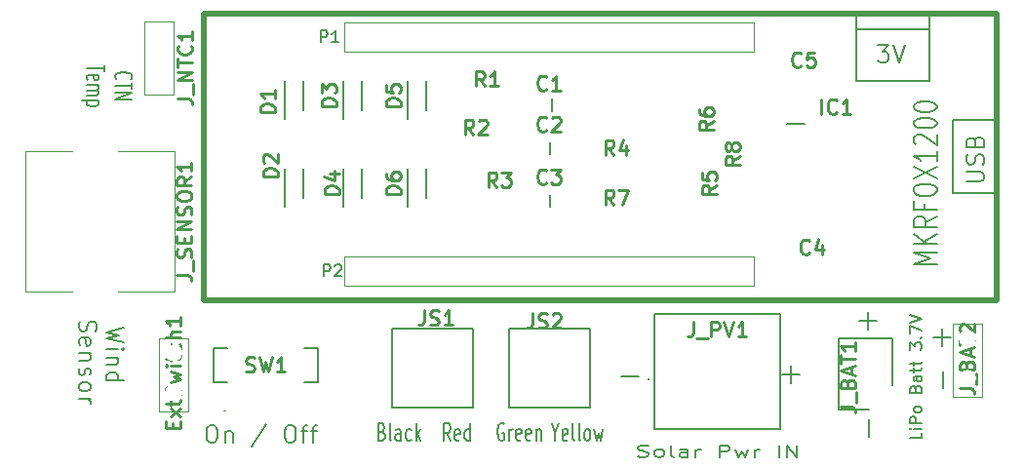
<source format=gto>
G04 #@! TF.GenerationSoftware,KiCad,Pcbnew,5.1.5+dfsg1-2build2*
G04 #@! TF.CreationDate,2022-04-22T12:54:42+02:00*
G04 #@! TF.ProjectId,Shield,53686965-6c64-42e6-9b69-6361645f7063,1.0*
G04 #@! TF.SameCoordinates,Original*
G04 #@! TF.FileFunction,Legend,Top*
G04 #@! TF.FilePolarity,Positive*
%FSLAX46Y46*%
G04 Gerber Fmt 4.6, Leading zero omitted, Abs format (unit mm)*
G04 Created by KiCad (PCBNEW 5.1.5+dfsg1-2build2) date 2022-04-22 12:54:42*
%MOMM*%
%LPD*%
G04 APERTURE LIST*
%ADD10C,0.150000*%
%ADD11C,0.200000*%
%ADD12C,0.500000*%
%ADD13C,0.120000*%
%ADD14C,0.100000*%
%ADD15C,0.071590*%
%ADD16C,0.254000*%
%ADD17C,1.500000*%
%ADD18C,1.524000*%
%ADD19C,1.400000*%
%ADD20C,1.800000*%
%ADD21R,1.200000X2.500000*%
%ADD22R,0.600000X0.750000*%
%ADD23R,0.750000X0.600000*%
%ADD24C,1.425000*%
%ADD25R,1.425000X1.425000*%
%ADD26R,2.513000X3.402000*%
%ADD27R,1.525000X0.700000*%
%ADD28R,0.760000X0.820000*%
%ADD29R,0.980000X1.430000*%
%ADD30R,0.940000X1.430000*%
G04 APERTURE END LIST*
D10*
X138785695Y-94681657D02*
X140309504Y-94681657D01*
X139547600Y-95443561D02*
X139547600Y-93919752D01*
X139588857Y-99110704D02*
X139588857Y-97586895D01*
X67872685Y-72251961D02*
X67801257Y-72204342D01*
X67729828Y-72061485D01*
X67729828Y-71966247D01*
X67801257Y-71823390D01*
X67944114Y-71728152D01*
X68086971Y-71680533D01*
X68372685Y-71632914D01*
X68586971Y-71632914D01*
X68872685Y-71680533D01*
X69015542Y-71728152D01*
X69158400Y-71823390D01*
X69229828Y-71966247D01*
X69229828Y-72061485D01*
X69158400Y-72204342D01*
X69086971Y-72251961D01*
X69229828Y-72537676D02*
X69229828Y-73109104D01*
X67729828Y-72823390D02*
X69229828Y-72823390D01*
X67729828Y-73442438D02*
X69229828Y-73442438D01*
X67729828Y-74013866D01*
X69229828Y-74013866D01*
X66829828Y-71013866D02*
X66829828Y-71585295D01*
X65329828Y-71299580D02*
X66829828Y-71299580D01*
X65401257Y-72299580D02*
X65329828Y-72204342D01*
X65329828Y-72013866D01*
X65401257Y-71918628D01*
X65544114Y-71871009D01*
X66115542Y-71871009D01*
X66258400Y-71918628D01*
X66329828Y-72013866D01*
X66329828Y-72204342D01*
X66258400Y-72299580D01*
X66115542Y-72347200D01*
X65972685Y-72347200D01*
X65829828Y-71871009D01*
X65329828Y-72775771D02*
X66329828Y-72775771D01*
X66186971Y-72775771D02*
X66258400Y-72823390D01*
X66329828Y-72918628D01*
X66329828Y-73061485D01*
X66258400Y-73156723D01*
X66115542Y-73204342D01*
X65329828Y-73204342D01*
X66115542Y-73204342D02*
X66258400Y-73251961D01*
X66329828Y-73347200D01*
X66329828Y-73490057D01*
X66258400Y-73585295D01*
X66115542Y-73632914D01*
X65329828Y-73632914D01*
X66329828Y-74109104D02*
X64829828Y-74109104D01*
X66258400Y-74109104D02*
X66329828Y-74204342D01*
X66329828Y-74394819D01*
X66258400Y-74490057D01*
X66186971Y-74537676D01*
X66044114Y-74585295D01*
X65615542Y-74585295D01*
X65472685Y-74537676D01*
X65401257Y-74490057D01*
X65329828Y-74394819D01*
X65329828Y-74204342D01*
X65401257Y-74109104D01*
D11*
X125679295Y-97882057D02*
X127203104Y-97882057D01*
X126441200Y-98643961D02*
X126441200Y-97120152D01*
X111709295Y-98034457D02*
X113233104Y-98034457D01*
D10*
X141672571Y-81140857D02*
X142886857Y-81140857D01*
X143029714Y-81069428D01*
X143101142Y-80998000D01*
X143172571Y-80855142D01*
X143172571Y-80569428D01*
X143101142Y-80426571D01*
X143029714Y-80355142D01*
X142886857Y-80283714D01*
X141672571Y-80283714D01*
X143101142Y-79640857D02*
X143172571Y-79426571D01*
X143172571Y-79069428D01*
X143101142Y-78926571D01*
X143029714Y-78855142D01*
X142886857Y-78783714D01*
X142744000Y-78783714D01*
X142601142Y-78855142D01*
X142529714Y-78926571D01*
X142458285Y-79069428D01*
X142386857Y-79355142D01*
X142315428Y-79498000D01*
X142244000Y-79569428D01*
X142101142Y-79640857D01*
X141958285Y-79640857D01*
X141815428Y-79569428D01*
X141744000Y-79498000D01*
X141672571Y-79355142D01*
X141672571Y-78998000D01*
X141744000Y-78783714D01*
X142386857Y-77640857D02*
X142458285Y-77426571D01*
X142529714Y-77355142D01*
X142672571Y-77283714D01*
X142886857Y-77283714D01*
X143029714Y-77355142D01*
X143101142Y-77426571D01*
X143172571Y-77569428D01*
X143172571Y-78140857D01*
X141672571Y-78140857D01*
X141672571Y-77640857D01*
X141744000Y-77498000D01*
X141815428Y-77426571D01*
X141958285Y-77355142D01*
X142101142Y-77355142D01*
X142244000Y-77426571D01*
X142315428Y-77498000D01*
X142386857Y-77640857D01*
X142386857Y-78140857D01*
X68518628Y-93845428D02*
X67018628Y-94202571D01*
X68090057Y-94488285D01*
X67018628Y-94774000D01*
X68518628Y-95131142D01*
X67018628Y-95702571D02*
X68018628Y-95702571D01*
X68518628Y-95702571D02*
X68447200Y-95631142D01*
X68375771Y-95702571D01*
X68447200Y-95774000D01*
X68518628Y-95702571D01*
X68375771Y-95702571D01*
X68018628Y-96416857D02*
X67018628Y-96416857D01*
X67875771Y-96416857D02*
X67947200Y-96488285D01*
X68018628Y-96631142D01*
X68018628Y-96845428D01*
X67947200Y-96988285D01*
X67804342Y-97059714D01*
X67018628Y-97059714D01*
X67018628Y-98416857D02*
X68518628Y-98416857D01*
X67090057Y-98416857D02*
X67018628Y-98274000D01*
X67018628Y-97988285D01*
X67090057Y-97845428D01*
X67161485Y-97774000D01*
X67304342Y-97702571D01*
X67732914Y-97702571D01*
X67875771Y-97774000D01*
X67947200Y-97845428D01*
X68018628Y-97988285D01*
X68018628Y-98274000D01*
X67947200Y-98416857D01*
X64690057Y-93274000D02*
X64618628Y-93488285D01*
X64618628Y-93845428D01*
X64690057Y-93988285D01*
X64761485Y-94059714D01*
X64904342Y-94131142D01*
X65047200Y-94131142D01*
X65190057Y-94059714D01*
X65261485Y-93988285D01*
X65332914Y-93845428D01*
X65404342Y-93559714D01*
X65475771Y-93416857D01*
X65547200Y-93345428D01*
X65690057Y-93274000D01*
X65832914Y-93274000D01*
X65975771Y-93345428D01*
X66047200Y-93416857D01*
X66118628Y-93559714D01*
X66118628Y-93916857D01*
X66047200Y-94131142D01*
X64690057Y-95345428D02*
X64618628Y-95202571D01*
X64618628Y-94916857D01*
X64690057Y-94774000D01*
X64832914Y-94702571D01*
X65404342Y-94702571D01*
X65547200Y-94774000D01*
X65618628Y-94916857D01*
X65618628Y-95202571D01*
X65547200Y-95345428D01*
X65404342Y-95416857D01*
X65261485Y-95416857D01*
X65118628Y-94702571D01*
X65618628Y-96059714D02*
X64618628Y-96059714D01*
X65475771Y-96059714D02*
X65547200Y-96131142D01*
X65618628Y-96274000D01*
X65618628Y-96488285D01*
X65547200Y-96631142D01*
X65404342Y-96702571D01*
X64618628Y-96702571D01*
X64690057Y-97345428D02*
X64618628Y-97488285D01*
X64618628Y-97774000D01*
X64690057Y-97916857D01*
X64832914Y-97988285D01*
X64904342Y-97988285D01*
X65047200Y-97916857D01*
X65118628Y-97774000D01*
X65118628Y-97559714D01*
X65190057Y-97416857D01*
X65332914Y-97345428D01*
X65404342Y-97345428D01*
X65547200Y-97416857D01*
X65618628Y-97559714D01*
X65618628Y-97774000D01*
X65547200Y-97916857D01*
X64618628Y-98845428D02*
X64690057Y-98702571D01*
X64761485Y-98631142D01*
X64904342Y-98559714D01*
X65332914Y-98559714D01*
X65475771Y-98631142D01*
X65547200Y-98702571D01*
X65618628Y-98845428D01*
X65618628Y-99059714D01*
X65547200Y-99202571D01*
X65475771Y-99274000D01*
X65332914Y-99345428D01*
X64904342Y-99345428D01*
X64761485Y-99274000D01*
X64690057Y-99202571D01*
X64618628Y-99059714D01*
X64618628Y-98845428D01*
X64618628Y-99988285D02*
X65618628Y-99988285D01*
X65332914Y-99988285D02*
X65475771Y-100059714D01*
X65547200Y-100131142D01*
X65618628Y-100274000D01*
X65618628Y-100416857D01*
X137764780Y-102931314D02*
X137764780Y-103407504D01*
X136764780Y-103407504D01*
X137764780Y-102597980D02*
X137098114Y-102597980D01*
X136764780Y-102597980D02*
X136812400Y-102645600D01*
X136860019Y-102597980D01*
X136812400Y-102550361D01*
X136764780Y-102597980D01*
X136860019Y-102597980D01*
X137764780Y-102121790D02*
X136764780Y-102121790D01*
X136764780Y-101740838D01*
X136812400Y-101645600D01*
X136860019Y-101597980D01*
X136955257Y-101550361D01*
X137098114Y-101550361D01*
X137193352Y-101597980D01*
X137240971Y-101645600D01*
X137288590Y-101740838D01*
X137288590Y-102121790D01*
X137764780Y-100978933D02*
X137717161Y-101074171D01*
X137669542Y-101121790D01*
X137574304Y-101169409D01*
X137288590Y-101169409D01*
X137193352Y-101121790D01*
X137145733Y-101074171D01*
X137098114Y-100978933D01*
X137098114Y-100836076D01*
X137145733Y-100740838D01*
X137193352Y-100693219D01*
X137288590Y-100645600D01*
X137574304Y-100645600D01*
X137669542Y-100693219D01*
X137717161Y-100740838D01*
X137764780Y-100836076D01*
X137764780Y-100978933D01*
X137240971Y-99121790D02*
X137288590Y-98978933D01*
X137336209Y-98931314D01*
X137431447Y-98883695D01*
X137574304Y-98883695D01*
X137669542Y-98931314D01*
X137717161Y-98978933D01*
X137764780Y-99074171D01*
X137764780Y-99455123D01*
X136764780Y-99455123D01*
X136764780Y-99121790D01*
X136812400Y-99026552D01*
X136860019Y-98978933D01*
X136955257Y-98931314D01*
X137050495Y-98931314D01*
X137145733Y-98978933D01*
X137193352Y-99026552D01*
X137240971Y-99121790D01*
X137240971Y-99455123D01*
X137764780Y-98026552D02*
X137240971Y-98026552D01*
X137145733Y-98074171D01*
X137098114Y-98169409D01*
X137098114Y-98359885D01*
X137145733Y-98455123D01*
X137717161Y-98026552D02*
X137764780Y-98121790D01*
X137764780Y-98359885D01*
X137717161Y-98455123D01*
X137621923Y-98502742D01*
X137526685Y-98502742D01*
X137431447Y-98455123D01*
X137383828Y-98359885D01*
X137383828Y-98121790D01*
X137336209Y-98026552D01*
X137098114Y-97693219D02*
X137098114Y-97312266D01*
X136764780Y-97550361D02*
X137621923Y-97550361D01*
X137717161Y-97502742D01*
X137764780Y-97407504D01*
X137764780Y-97312266D01*
X137098114Y-97121790D02*
X137098114Y-96740838D01*
X136764780Y-96978933D02*
X137621923Y-96978933D01*
X137717161Y-96931314D01*
X137764780Y-96836076D01*
X137764780Y-96740838D01*
X136764780Y-95740838D02*
X136764780Y-95121790D01*
X137145733Y-95455123D01*
X137145733Y-95312266D01*
X137193352Y-95217028D01*
X137240971Y-95169409D01*
X137336209Y-95121790D01*
X137574304Y-95121790D01*
X137669542Y-95169409D01*
X137717161Y-95217028D01*
X137764780Y-95312266D01*
X137764780Y-95597980D01*
X137717161Y-95693219D01*
X137669542Y-95740838D01*
X137669542Y-94693219D02*
X137717161Y-94645600D01*
X137764780Y-94693219D01*
X137717161Y-94740838D01*
X137669542Y-94693219D01*
X137764780Y-94693219D01*
X136764780Y-94312266D02*
X136764780Y-93645600D01*
X137764780Y-94074171D01*
X136764780Y-93407504D02*
X137764780Y-93074171D01*
X136764780Y-92740838D01*
X132334095Y-93208457D02*
X133857904Y-93208457D01*
X133096000Y-93970361D02*
X133096000Y-92446552D01*
X133188057Y-103276304D02*
X133188057Y-101752495D01*
X113162628Y-105001961D02*
X113376914Y-105049580D01*
X113734057Y-105049580D01*
X113876914Y-105001961D01*
X113948342Y-104954342D01*
X114019771Y-104859104D01*
X114019771Y-104763866D01*
X113948342Y-104668628D01*
X113876914Y-104621009D01*
X113734057Y-104573390D01*
X113448342Y-104525771D01*
X113305485Y-104478152D01*
X113234057Y-104430533D01*
X113162628Y-104335295D01*
X113162628Y-104240057D01*
X113234057Y-104144819D01*
X113305485Y-104097200D01*
X113448342Y-104049580D01*
X113805485Y-104049580D01*
X114019771Y-104097200D01*
X114876914Y-105049580D02*
X114734057Y-105001961D01*
X114662628Y-104954342D01*
X114591200Y-104859104D01*
X114591200Y-104573390D01*
X114662628Y-104478152D01*
X114734057Y-104430533D01*
X114876914Y-104382914D01*
X115091200Y-104382914D01*
X115234057Y-104430533D01*
X115305485Y-104478152D01*
X115376914Y-104573390D01*
X115376914Y-104859104D01*
X115305485Y-104954342D01*
X115234057Y-105001961D01*
X115091200Y-105049580D01*
X114876914Y-105049580D01*
X116234057Y-105049580D02*
X116091200Y-105001961D01*
X116019771Y-104906723D01*
X116019771Y-104049580D01*
X117448342Y-105049580D02*
X117448342Y-104525771D01*
X117376914Y-104430533D01*
X117234057Y-104382914D01*
X116948342Y-104382914D01*
X116805485Y-104430533D01*
X117448342Y-105001961D02*
X117305485Y-105049580D01*
X116948342Y-105049580D01*
X116805485Y-105001961D01*
X116734057Y-104906723D01*
X116734057Y-104811485D01*
X116805485Y-104716247D01*
X116948342Y-104668628D01*
X117305485Y-104668628D01*
X117448342Y-104621009D01*
X118162628Y-105049580D02*
X118162628Y-104382914D01*
X118162628Y-104573390D02*
X118234057Y-104478152D01*
X118305485Y-104430533D01*
X118448342Y-104382914D01*
X118591200Y-104382914D01*
X120234057Y-105049580D02*
X120234057Y-104049580D01*
X120805485Y-104049580D01*
X120948342Y-104097200D01*
X121019771Y-104144819D01*
X121091200Y-104240057D01*
X121091200Y-104382914D01*
X121019771Y-104478152D01*
X120948342Y-104525771D01*
X120805485Y-104573390D01*
X120234057Y-104573390D01*
X121591200Y-104382914D02*
X121876914Y-105049580D01*
X122162628Y-104573390D01*
X122448342Y-105049580D01*
X122734057Y-104382914D01*
X123305485Y-105049580D02*
X123305485Y-104382914D01*
X123305485Y-104573390D02*
X123376914Y-104478152D01*
X123448342Y-104430533D01*
X123591200Y-104382914D01*
X123734057Y-104382914D01*
X125376914Y-105049580D02*
X125376914Y-104049580D01*
X126091200Y-105049580D02*
X126091200Y-104049580D01*
X126948342Y-105049580D01*
X126948342Y-104049580D01*
X76023542Y-102302571D02*
X76309257Y-102302571D01*
X76452114Y-102374000D01*
X76594971Y-102516857D01*
X76666400Y-102802571D01*
X76666400Y-103302571D01*
X76594971Y-103588285D01*
X76452114Y-103731142D01*
X76309257Y-103802571D01*
X76023542Y-103802571D01*
X75880685Y-103731142D01*
X75737828Y-103588285D01*
X75666400Y-103302571D01*
X75666400Y-102802571D01*
X75737828Y-102516857D01*
X75880685Y-102374000D01*
X76023542Y-102302571D01*
X77309257Y-102802571D02*
X77309257Y-103802571D01*
X77309257Y-102945428D02*
X77380685Y-102874000D01*
X77523542Y-102802571D01*
X77737828Y-102802571D01*
X77880685Y-102874000D01*
X77952114Y-103016857D01*
X77952114Y-103802571D01*
X80880685Y-102231142D02*
X79594971Y-104159714D01*
X82809257Y-102302571D02*
X83094971Y-102302571D01*
X83237828Y-102374000D01*
X83380685Y-102516857D01*
X83452114Y-102802571D01*
X83452114Y-103302571D01*
X83380685Y-103588285D01*
X83237828Y-103731142D01*
X83094971Y-103802571D01*
X82809257Y-103802571D01*
X82666400Y-103731142D01*
X82523542Y-103588285D01*
X82452114Y-103302571D01*
X82452114Y-102802571D01*
X82523542Y-102516857D01*
X82666400Y-102374000D01*
X82809257Y-102302571D01*
X83880685Y-102802571D02*
X84452114Y-102802571D01*
X84094971Y-103802571D02*
X84094971Y-102516857D01*
X84166400Y-102374000D01*
X84309257Y-102302571D01*
X84452114Y-102302571D01*
X84737828Y-102802571D02*
X85309257Y-102802571D01*
X84952114Y-103802571D02*
X84952114Y-102516857D01*
X85023542Y-102374000D01*
X85166400Y-102302571D01*
X85309257Y-102302571D01*
X105970628Y-102935885D02*
X105970628Y-103650171D01*
X105637295Y-102150171D02*
X105970628Y-102935885D01*
X106303961Y-102150171D01*
X107018247Y-103578742D02*
X106923009Y-103650171D01*
X106732533Y-103650171D01*
X106637295Y-103578742D01*
X106589676Y-103435885D01*
X106589676Y-102864457D01*
X106637295Y-102721600D01*
X106732533Y-102650171D01*
X106923009Y-102650171D01*
X107018247Y-102721600D01*
X107065866Y-102864457D01*
X107065866Y-103007314D01*
X106589676Y-103150171D01*
X107637295Y-103650171D02*
X107542057Y-103578742D01*
X107494438Y-103435885D01*
X107494438Y-102150171D01*
X108161104Y-103650171D02*
X108065866Y-103578742D01*
X108018247Y-103435885D01*
X108018247Y-102150171D01*
X108684914Y-103650171D02*
X108589676Y-103578742D01*
X108542057Y-103507314D01*
X108494438Y-103364457D01*
X108494438Y-102935885D01*
X108542057Y-102793028D01*
X108589676Y-102721600D01*
X108684914Y-102650171D01*
X108827771Y-102650171D01*
X108923009Y-102721600D01*
X108970628Y-102793028D01*
X109018247Y-102935885D01*
X109018247Y-103364457D01*
X108970628Y-103507314D01*
X108923009Y-103578742D01*
X108827771Y-103650171D01*
X108684914Y-103650171D01*
X109351580Y-102650171D02*
X109542057Y-103650171D01*
X109732533Y-102935885D01*
X109923009Y-103650171D01*
X110113485Y-102650171D01*
X101512857Y-102170800D02*
X101417619Y-102099371D01*
X101274761Y-102099371D01*
X101131904Y-102170800D01*
X101036666Y-102313657D01*
X100989047Y-102456514D01*
X100941428Y-102742228D01*
X100941428Y-102956514D01*
X100989047Y-103242228D01*
X101036666Y-103385085D01*
X101131904Y-103527942D01*
X101274761Y-103599371D01*
X101370000Y-103599371D01*
X101512857Y-103527942D01*
X101560476Y-103456514D01*
X101560476Y-102956514D01*
X101370000Y-102956514D01*
X101989047Y-103599371D02*
X101989047Y-102599371D01*
X101989047Y-102885085D02*
X102036666Y-102742228D01*
X102084285Y-102670800D01*
X102179523Y-102599371D01*
X102274761Y-102599371D01*
X102989047Y-103527942D02*
X102893809Y-103599371D01*
X102703333Y-103599371D01*
X102608095Y-103527942D01*
X102560476Y-103385085D01*
X102560476Y-102813657D01*
X102608095Y-102670800D01*
X102703333Y-102599371D01*
X102893809Y-102599371D01*
X102989047Y-102670800D01*
X103036666Y-102813657D01*
X103036666Y-102956514D01*
X102560476Y-103099371D01*
X103846190Y-103527942D02*
X103750952Y-103599371D01*
X103560476Y-103599371D01*
X103465238Y-103527942D01*
X103417619Y-103385085D01*
X103417619Y-102813657D01*
X103465238Y-102670800D01*
X103560476Y-102599371D01*
X103750952Y-102599371D01*
X103846190Y-102670800D01*
X103893809Y-102813657D01*
X103893809Y-102956514D01*
X103417619Y-103099371D01*
X104322380Y-102599371D02*
X104322380Y-103599371D01*
X104322380Y-102742228D02*
X104370000Y-102670800D01*
X104465238Y-102599371D01*
X104608095Y-102599371D01*
X104703333Y-102670800D01*
X104750952Y-102813657D01*
X104750952Y-103599371D01*
X96862971Y-103650171D02*
X96529638Y-102935885D01*
X96291542Y-103650171D02*
X96291542Y-102150171D01*
X96672495Y-102150171D01*
X96767733Y-102221600D01*
X96815352Y-102293028D01*
X96862971Y-102435885D01*
X96862971Y-102650171D01*
X96815352Y-102793028D01*
X96767733Y-102864457D01*
X96672495Y-102935885D01*
X96291542Y-102935885D01*
X97672495Y-103578742D02*
X97577257Y-103650171D01*
X97386780Y-103650171D01*
X97291542Y-103578742D01*
X97243923Y-103435885D01*
X97243923Y-102864457D01*
X97291542Y-102721600D01*
X97386780Y-102650171D01*
X97577257Y-102650171D01*
X97672495Y-102721600D01*
X97720114Y-102864457D01*
X97720114Y-103007314D01*
X97243923Y-103150171D01*
X98577257Y-103650171D02*
X98577257Y-102150171D01*
X98577257Y-103578742D02*
X98482019Y-103650171D01*
X98291542Y-103650171D01*
X98196304Y-103578742D01*
X98148685Y-103507314D01*
X98101066Y-103364457D01*
X98101066Y-102935885D01*
X98148685Y-102793028D01*
X98196304Y-102721600D01*
X98291542Y-102650171D01*
X98482019Y-102650171D01*
X98577257Y-102721600D01*
X90929009Y-102864457D02*
X91071866Y-102935885D01*
X91119485Y-103007314D01*
X91167104Y-103150171D01*
X91167104Y-103364457D01*
X91119485Y-103507314D01*
X91071866Y-103578742D01*
X90976628Y-103650171D01*
X90595676Y-103650171D01*
X90595676Y-102150171D01*
X90929009Y-102150171D01*
X91024247Y-102221600D01*
X91071866Y-102293028D01*
X91119485Y-102435885D01*
X91119485Y-102578742D01*
X91071866Y-102721600D01*
X91024247Y-102793028D01*
X90929009Y-102864457D01*
X90595676Y-102864457D01*
X91738533Y-103650171D02*
X91643295Y-103578742D01*
X91595676Y-103435885D01*
X91595676Y-102150171D01*
X92548057Y-103650171D02*
X92548057Y-102864457D01*
X92500438Y-102721600D01*
X92405200Y-102650171D01*
X92214723Y-102650171D01*
X92119485Y-102721600D01*
X92548057Y-103578742D02*
X92452819Y-103650171D01*
X92214723Y-103650171D01*
X92119485Y-103578742D01*
X92071866Y-103435885D01*
X92071866Y-103293028D01*
X92119485Y-103150171D01*
X92214723Y-103078742D01*
X92452819Y-103078742D01*
X92548057Y-103007314D01*
X93452819Y-103578742D02*
X93357580Y-103650171D01*
X93167104Y-103650171D01*
X93071866Y-103578742D01*
X93024247Y-103507314D01*
X92976628Y-103364457D01*
X92976628Y-102935885D01*
X93024247Y-102793028D01*
X93071866Y-102721600D01*
X93167104Y-102650171D01*
X93357580Y-102650171D01*
X93452819Y-102721600D01*
X93881390Y-103650171D02*
X93881390Y-102150171D01*
X93976628Y-103078742D02*
X94262342Y-103650171D01*
X94262342Y-102650171D02*
X93881390Y-103221600D01*
X133985142Y-69282571D02*
X134913714Y-69282571D01*
X134413714Y-69854000D01*
X134628000Y-69854000D01*
X134770857Y-69925428D01*
X134842285Y-69996857D01*
X134913714Y-70139714D01*
X134913714Y-70496857D01*
X134842285Y-70639714D01*
X134770857Y-70711142D01*
X134628000Y-70782571D01*
X134199428Y-70782571D01*
X134056571Y-70711142D01*
X133985142Y-70639714D01*
X135342285Y-69282571D02*
X135842285Y-70782571D01*
X136342285Y-69282571D01*
X139080761Y-88280000D02*
X137080761Y-88280000D01*
X138509333Y-87780000D01*
X137080761Y-87280000D01*
X139080761Y-87280000D01*
X139080761Y-86565714D02*
X137080761Y-86565714D01*
X139080761Y-85708571D02*
X137937904Y-86351428D01*
X137080761Y-85708571D02*
X138223619Y-86565714D01*
X139080761Y-84208571D02*
X138128380Y-84708571D01*
X139080761Y-85065714D02*
X137080761Y-85065714D01*
X137080761Y-84494285D01*
X137176000Y-84351428D01*
X137271238Y-84280000D01*
X137461714Y-84208571D01*
X137747428Y-84208571D01*
X137937904Y-84280000D01*
X138033142Y-84351428D01*
X138128380Y-84494285D01*
X138128380Y-85065714D01*
X138033142Y-83065714D02*
X138033142Y-83565714D01*
X139080761Y-83565714D02*
X137080761Y-83565714D01*
X137080761Y-82851428D01*
X137080761Y-81994285D02*
X137080761Y-81708571D01*
X137176000Y-81565714D01*
X137366476Y-81422857D01*
X137747428Y-81351428D01*
X138414095Y-81351428D01*
X138795047Y-81422857D01*
X138985523Y-81565714D01*
X139080761Y-81708571D01*
X139080761Y-81994285D01*
X138985523Y-82137142D01*
X138795047Y-82280000D01*
X138414095Y-82351428D01*
X137747428Y-82351428D01*
X137366476Y-82280000D01*
X137176000Y-82137142D01*
X137080761Y-81994285D01*
X137080761Y-80851428D02*
X139080761Y-79851428D01*
X137080761Y-79851428D02*
X139080761Y-80851428D01*
X139080761Y-78494285D02*
X139080761Y-79351428D01*
X139080761Y-78922857D02*
X137080761Y-78922857D01*
X137366476Y-79065714D01*
X137556952Y-79208571D01*
X137652190Y-79351428D01*
X137271238Y-77922857D02*
X137176000Y-77851428D01*
X137080761Y-77708571D01*
X137080761Y-77351428D01*
X137176000Y-77208571D01*
X137271238Y-77137142D01*
X137461714Y-77065714D01*
X137652190Y-77065714D01*
X137937904Y-77137142D01*
X139080761Y-77994285D01*
X139080761Y-77065714D01*
X137080761Y-76137142D02*
X137080761Y-75994285D01*
X137176000Y-75851428D01*
X137271238Y-75780000D01*
X137461714Y-75708571D01*
X137842666Y-75637142D01*
X138318857Y-75637142D01*
X138699809Y-75708571D01*
X138890285Y-75780000D01*
X138985523Y-75851428D01*
X139080761Y-75994285D01*
X139080761Y-76137142D01*
X138985523Y-76280000D01*
X138890285Y-76351428D01*
X138699809Y-76422857D01*
X138318857Y-76494285D01*
X137842666Y-76494285D01*
X137461714Y-76422857D01*
X137271238Y-76351428D01*
X137176000Y-76280000D01*
X137080761Y-76137142D01*
X137080761Y-74708571D02*
X137080761Y-74565714D01*
X137176000Y-74422857D01*
X137271238Y-74351428D01*
X137461714Y-74280000D01*
X137842666Y-74208571D01*
X138318857Y-74208571D01*
X138699809Y-74280000D01*
X138890285Y-74351428D01*
X138985523Y-74422857D01*
X139080761Y-74565714D01*
X139080761Y-74708571D01*
X138985523Y-74851428D01*
X138890285Y-74922857D01*
X138699809Y-74994285D01*
X138318857Y-75065714D01*
X137842666Y-75065714D01*
X137461714Y-74994285D01*
X137271238Y-74922857D01*
X137176000Y-74851428D01*
X137080761Y-74708571D01*
X140462000Y-82169000D02*
X144272000Y-82169000D01*
X140462000Y-75819000D02*
X140462000Y-82169000D01*
X144272000Y-75819000D02*
X140462000Y-75819000D01*
X132080000Y-67945000D02*
X138430000Y-67945000D01*
X132080000Y-72390000D02*
X138430000Y-72390000D01*
X132080000Y-66548000D02*
X132080000Y-72390000D01*
X138430000Y-66548000D02*
X132080000Y-66548000D01*
X138430000Y-72390000D02*
X138430000Y-66548000D01*
D12*
X144272000Y-66548000D02*
X75438000Y-66548000D01*
X144272000Y-91440000D02*
X144272000Y-66548000D01*
X75438000Y-91440000D02*
X144272000Y-91440000D01*
X75438000Y-66548000D02*
X75438000Y-91440000D01*
D13*
X74117200Y-94742000D02*
X71577200Y-94742000D01*
X74117200Y-101092000D02*
X74117200Y-94742000D01*
X71577200Y-101092000D02*
X74117200Y-101092000D01*
X71577200Y-94742000D02*
X71577200Y-101092000D01*
X143052800Y-93472000D02*
X140512800Y-93472000D01*
X143052800Y-99822000D02*
X143052800Y-93472000D01*
X140512800Y-99822000D02*
X143052800Y-99822000D01*
X140512800Y-93472000D02*
X140512800Y-99822000D01*
X87630000Y-90170000D02*
X123190000Y-90170000D01*
X87630000Y-87630000D02*
X87630000Y-90170000D01*
X123190000Y-87630000D02*
X87630000Y-87630000D01*
X123190000Y-90170000D02*
X123190000Y-87630000D01*
X87630000Y-69850000D02*
X123190000Y-69850000D01*
X87630000Y-67310000D02*
X87630000Y-69850000D01*
X123190000Y-67310000D02*
X87630000Y-67310000D01*
X123190000Y-69850000D02*
X123190000Y-67310000D01*
D11*
X73864400Y-87122000D02*
G75*
G02X73864400Y-87022000I0J50000D01*
G01*
X73864400Y-87022000D02*
G75*
G02X73864400Y-87122000I0J-50000D01*
G01*
X73864400Y-87122000D02*
G75*
G02X73864400Y-87022000I0J50000D01*
G01*
X73864400Y-87022000D02*
X73864400Y-87022000D01*
X73864400Y-87122000D02*
X73864400Y-87122000D01*
X73864400Y-87022000D02*
X73864400Y-87022000D01*
D14*
X64014400Y-78472000D02*
X59924400Y-78472000D01*
X64014400Y-78472000D02*
X64014400Y-78472000D01*
X59924400Y-78472000D02*
X64014400Y-78472000D01*
X59924400Y-78472000D02*
X59924400Y-78472000D01*
X59924400Y-90672000D02*
X59924400Y-90672000D01*
X59924400Y-78472000D02*
X59924400Y-90672000D01*
X59924400Y-78472000D02*
X59924400Y-78472000D01*
X59924400Y-90672000D02*
X59924400Y-78472000D01*
X59924400Y-90672000D02*
X64014400Y-90672000D01*
X59924400Y-90672000D02*
X59924400Y-90672000D01*
X64014400Y-90672000D02*
X59924400Y-90672000D01*
X64014400Y-90672000D02*
X64014400Y-90672000D01*
X68014400Y-90672000D02*
X72924400Y-90672000D01*
X68014400Y-90672000D02*
X68014400Y-90672000D01*
X72924400Y-90672000D02*
X68014400Y-90672000D01*
X72924400Y-90672000D02*
X72924400Y-90672000D01*
X72924400Y-78472000D02*
X72924400Y-78472000D01*
X72924400Y-90672000D02*
X72924400Y-78472000D01*
X72924400Y-90672000D02*
X72924400Y-90672000D01*
X72924400Y-78472000D02*
X72924400Y-90672000D01*
X72924400Y-78472000D02*
X68014400Y-78472000D01*
X72924400Y-78472000D02*
X72924400Y-78472000D01*
X68014400Y-78472000D02*
X72924400Y-78472000D01*
X68014400Y-78472000D02*
X68014400Y-78472000D01*
X113995600Y-98294800D02*
G75*
G02X114095600Y-98294800I50000J0D01*
G01*
X114095600Y-98294800D02*
G75*
G02X113995600Y-98294800I-50000J0D01*
G01*
X114095600Y-98294800D02*
X114095600Y-98294800D01*
X113995600Y-98294800D02*
X113995600Y-98294800D01*
D11*
X114555600Y-102594800D02*
X114555600Y-92594800D01*
X125515600Y-102594800D02*
X114555600Y-102594800D01*
X125515600Y-92594800D02*
X125515600Y-102594800D01*
X114555600Y-92594800D02*
X125515600Y-92594800D01*
D13*
X72796400Y-67259200D02*
X70256400Y-67259200D01*
X72796400Y-73609200D02*
X72796400Y-67259200D01*
X70256400Y-73609200D02*
X72796400Y-73609200D01*
X70256400Y-67259200D02*
X70256400Y-73609200D01*
D15*
X77208800Y-101046800D02*
G75*
G02X77280800Y-101046800I36000J0D01*
G01*
X77280800Y-101046800D02*
G75*
G02X77208800Y-101046800I-36000J0D01*
G01*
X77280800Y-101046800D02*
X77280800Y-101046800D01*
X77208800Y-101046800D02*
X77208800Y-101046800D01*
D11*
X76322800Y-98578800D02*
X77499800Y-98578800D01*
X85322800Y-98578800D02*
X84145800Y-98578800D01*
X76322800Y-95578800D02*
X77499800Y-95578800D01*
X85322800Y-95578800D02*
X84145800Y-95578800D01*
X85322800Y-98578800D02*
X85322800Y-95578800D01*
X76322800Y-95578800D02*
X76322800Y-98578800D01*
X101983600Y-100782800D02*
X101983600Y-93882800D01*
X108983600Y-100782800D02*
X101983600Y-100782800D01*
X108983600Y-93882800D02*
X108983600Y-100782800D01*
X101983600Y-93882800D02*
X108983600Y-93882800D01*
X91823600Y-100782800D02*
X91823600Y-93882800D01*
X98823600Y-100782800D02*
X91823600Y-100782800D01*
X98823600Y-93882800D02*
X98823600Y-100782800D01*
X91823600Y-93882800D02*
X98823600Y-93882800D01*
X130547600Y-100956800D02*
X133197600Y-100956800D01*
X130547600Y-94756800D02*
X130547600Y-100956800D01*
X135247600Y-94756800D02*
X130547600Y-94756800D01*
X135247600Y-98856800D02*
X135247600Y-94756800D01*
X126065000Y-76135000D02*
X127590000Y-76135000D01*
X94780000Y-82580000D02*
X94780000Y-79980000D01*
X93180000Y-83290000D02*
X93180000Y-79980000D01*
X94780000Y-74960000D02*
X94780000Y-72360000D01*
X93180000Y-75670000D02*
X93180000Y-72360000D01*
X89192000Y-82580000D02*
X89192000Y-79980000D01*
X87592000Y-83290000D02*
X87592000Y-79980000D01*
X89192000Y-74960000D02*
X89192000Y-72360000D01*
X87592000Y-75670000D02*
X87592000Y-72360000D01*
X84112000Y-82580000D02*
X84112000Y-79980000D01*
X82512000Y-83290000D02*
X82512000Y-79980000D01*
X84112000Y-74960000D02*
X84112000Y-72360000D01*
X82512000Y-75670000D02*
X82512000Y-72360000D01*
X105468000Y-83329000D02*
X105468000Y-82279000D01*
X105496000Y-78757000D02*
X105496000Y-77707000D01*
X105664000Y-74997800D02*
X105664000Y-73947800D01*
D16*
X72756485Y-102569857D02*
X72756485Y-102146523D01*
X73421723Y-101965095D02*
X73421723Y-102569857D01*
X72151723Y-102569857D01*
X72151723Y-101965095D01*
X73421723Y-101541761D02*
X72575057Y-100876523D01*
X72575057Y-101541761D02*
X73421723Y-100876523D01*
X72575057Y-100574142D02*
X72575057Y-100090333D01*
X72151723Y-100392714D02*
X73240295Y-100392714D01*
X73361247Y-100332238D01*
X73421723Y-100211285D01*
X73421723Y-100090333D01*
X73361247Y-99727476D02*
X73421723Y-99546047D01*
X73421723Y-99243666D01*
X73361247Y-99122714D01*
X73300771Y-99062238D01*
X73179819Y-99001761D01*
X73058866Y-99001761D01*
X72937914Y-99062238D01*
X72877438Y-99122714D01*
X72816961Y-99243666D01*
X72756485Y-99485571D01*
X72696009Y-99606523D01*
X72635533Y-99667000D01*
X72514580Y-99727476D01*
X72393628Y-99727476D01*
X72272676Y-99667000D01*
X72212200Y-99606523D01*
X72151723Y-99485571D01*
X72151723Y-99183190D01*
X72212200Y-99001761D01*
X72575057Y-98578428D02*
X73421723Y-98336523D01*
X72816961Y-98094619D01*
X73421723Y-97852714D01*
X72575057Y-97610809D01*
X73421723Y-97127000D02*
X72575057Y-97127000D01*
X72151723Y-97127000D02*
X72212200Y-97187476D01*
X72272676Y-97127000D01*
X72212200Y-97066523D01*
X72151723Y-97127000D01*
X72272676Y-97127000D01*
X72575057Y-96703666D02*
X72575057Y-96219857D01*
X72151723Y-96522238D02*
X73240295Y-96522238D01*
X73361247Y-96461761D01*
X73421723Y-96340809D01*
X73421723Y-96219857D01*
X73361247Y-95252238D02*
X73421723Y-95373190D01*
X73421723Y-95615095D01*
X73361247Y-95736047D01*
X73300771Y-95796523D01*
X73179819Y-95857000D01*
X72816961Y-95857000D01*
X72696009Y-95796523D01*
X72635533Y-95736047D01*
X72575057Y-95615095D01*
X72575057Y-95373190D01*
X72635533Y-95252238D01*
X73421723Y-94707952D02*
X72151723Y-94707952D01*
X73421723Y-94163666D02*
X72756485Y-94163666D01*
X72635533Y-94224142D01*
X72575057Y-94345095D01*
X72575057Y-94526523D01*
X72635533Y-94647476D01*
X72696009Y-94707952D01*
X73421723Y-92893666D02*
X73421723Y-93619380D01*
X73421723Y-93256523D02*
X72151723Y-93256523D01*
X72333152Y-93377476D01*
X72454104Y-93498428D01*
X72514580Y-93619380D01*
X141087323Y-99062238D02*
X141994466Y-99062238D01*
X142175895Y-99122714D01*
X142296847Y-99243666D01*
X142357323Y-99425095D01*
X142357323Y-99546047D01*
X142478276Y-98759857D02*
X142478276Y-97792238D01*
X141692085Y-97066523D02*
X141752561Y-96885095D01*
X141813038Y-96824619D01*
X141933990Y-96764142D01*
X142115419Y-96764142D01*
X142236371Y-96824619D01*
X142296847Y-96885095D01*
X142357323Y-97006047D01*
X142357323Y-97489857D01*
X141087323Y-97489857D01*
X141087323Y-97066523D01*
X141147800Y-96945571D01*
X141208276Y-96885095D01*
X141329228Y-96824619D01*
X141450180Y-96824619D01*
X141571133Y-96885095D01*
X141631609Y-96945571D01*
X141692085Y-97066523D01*
X141692085Y-97489857D01*
X141994466Y-96280333D02*
X141994466Y-95675571D01*
X142357323Y-96401285D02*
X141087323Y-95977952D01*
X142357323Y-95554619D01*
X141087323Y-95312714D02*
X141087323Y-94587000D01*
X142357323Y-94949857D02*
X141087323Y-94949857D01*
X141208276Y-94224142D02*
X141147800Y-94163666D01*
X141087323Y-94042714D01*
X141087323Y-93740333D01*
X141147800Y-93619380D01*
X141208276Y-93558904D01*
X141329228Y-93498428D01*
X141450180Y-93498428D01*
X141631609Y-93558904D01*
X142357323Y-94284619D01*
X142357323Y-93498428D01*
D10*
X85875904Y-89352380D02*
X85875904Y-88352380D01*
X86256857Y-88352380D01*
X86352095Y-88400000D01*
X86399714Y-88447619D01*
X86447333Y-88542857D01*
X86447333Y-88685714D01*
X86399714Y-88780952D01*
X86352095Y-88828571D01*
X86256857Y-88876190D01*
X85875904Y-88876190D01*
X86828285Y-88447619D02*
X86875904Y-88400000D01*
X86971142Y-88352380D01*
X87209238Y-88352380D01*
X87304476Y-88400000D01*
X87352095Y-88447619D01*
X87399714Y-88542857D01*
X87399714Y-88638095D01*
X87352095Y-88780952D01*
X86780666Y-89352380D01*
X87399714Y-89352380D01*
X85621904Y-69032380D02*
X85621904Y-68032380D01*
X86002857Y-68032380D01*
X86098095Y-68080000D01*
X86145714Y-68127619D01*
X86193333Y-68222857D01*
X86193333Y-68365714D01*
X86145714Y-68460952D01*
X86098095Y-68508571D01*
X86002857Y-68556190D01*
X85621904Y-68556190D01*
X87145714Y-69032380D02*
X86574285Y-69032380D01*
X86860000Y-69032380D02*
X86860000Y-68032380D01*
X86764761Y-68175238D01*
X86669523Y-68270476D01*
X86574285Y-68318095D01*
D16*
X73116923Y-89238666D02*
X74024066Y-89238666D01*
X74205495Y-89299142D01*
X74326447Y-89420095D01*
X74386923Y-89601523D01*
X74386923Y-89722476D01*
X74507876Y-88936285D02*
X74507876Y-87968666D01*
X74326447Y-87726761D02*
X74386923Y-87545333D01*
X74386923Y-87242952D01*
X74326447Y-87122000D01*
X74265971Y-87061523D01*
X74145019Y-87001047D01*
X74024066Y-87001047D01*
X73903114Y-87061523D01*
X73842638Y-87122000D01*
X73782161Y-87242952D01*
X73721685Y-87484857D01*
X73661209Y-87605809D01*
X73600733Y-87666285D01*
X73479780Y-87726761D01*
X73358828Y-87726761D01*
X73237876Y-87666285D01*
X73177400Y-87605809D01*
X73116923Y-87484857D01*
X73116923Y-87182476D01*
X73177400Y-87001047D01*
X73721685Y-86456761D02*
X73721685Y-86033428D01*
X74386923Y-85852000D02*
X74386923Y-86456761D01*
X73116923Y-86456761D01*
X73116923Y-85852000D01*
X74386923Y-85307714D02*
X73116923Y-85307714D01*
X74386923Y-84582000D01*
X73116923Y-84582000D01*
X74326447Y-84037714D02*
X74386923Y-83856285D01*
X74386923Y-83553904D01*
X74326447Y-83432952D01*
X74265971Y-83372476D01*
X74145019Y-83312000D01*
X74024066Y-83312000D01*
X73903114Y-83372476D01*
X73842638Y-83432952D01*
X73782161Y-83553904D01*
X73721685Y-83795809D01*
X73661209Y-83916761D01*
X73600733Y-83977238D01*
X73479780Y-84037714D01*
X73358828Y-84037714D01*
X73237876Y-83977238D01*
X73177400Y-83916761D01*
X73116923Y-83795809D01*
X73116923Y-83493428D01*
X73177400Y-83312000D01*
X73116923Y-82525809D02*
X73116923Y-82283904D01*
X73177400Y-82162952D01*
X73298352Y-82042000D01*
X73540257Y-81981523D01*
X73963590Y-81981523D01*
X74205495Y-82042000D01*
X74326447Y-82162952D01*
X74386923Y-82283904D01*
X74386923Y-82525809D01*
X74326447Y-82646761D01*
X74205495Y-82767714D01*
X73963590Y-82828190D01*
X73540257Y-82828190D01*
X73298352Y-82767714D01*
X73177400Y-82646761D01*
X73116923Y-82525809D01*
X74386923Y-80711523D02*
X73782161Y-81134857D01*
X74386923Y-81437238D02*
X73116923Y-81437238D01*
X73116923Y-80953428D01*
X73177400Y-80832476D01*
X73237876Y-80772000D01*
X73358828Y-80711523D01*
X73540257Y-80711523D01*
X73661209Y-80772000D01*
X73721685Y-80832476D01*
X73782161Y-80953428D01*
X73782161Y-81437238D01*
X74386923Y-79502000D02*
X74386923Y-80227714D01*
X74386923Y-79864857D02*
X73116923Y-79864857D01*
X73298352Y-79985809D01*
X73419304Y-80106761D01*
X73479780Y-80227714D01*
X117949171Y-93335323D02*
X117949171Y-94242466D01*
X117888695Y-94423895D01*
X117767742Y-94544847D01*
X117586314Y-94605323D01*
X117465361Y-94605323D01*
X118251552Y-94726276D02*
X119219171Y-94726276D01*
X119521552Y-94605323D02*
X119521552Y-93335323D01*
X120005361Y-93335323D01*
X120126314Y-93395800D01*
X120186790Y-93456276D01*
X120247266Y-93577228D01*
X120247266Y-93758657D01*
X120186790Y-93879609D01*
X120126314Y-93940085D01*
X120005361Y-94000561D01*
X119521552Y-94000561D01*
X120610123Y-93335323D02*
X121033457Y-94605323D01*
X121456790Y-93335323D01*
X122545361Y-94605323D02*
X121819647Y-94605323D01*
X122182504Y-94605323D02*
X122182504Y-93335323D01*
X122061552Y-93516752D01*
X121940600Y-93637704D01*
X121819647Y-93698180D01*
X73167723Y-73912790D02*
X74074866Y-73912790D01*
X74256295Y-73973266D01*
X74377247Y-74094219D01*
X74437723Y-74275647D01*
X74437723Y-74396600D01*
X74558676Y-73610409D02*
X74558676Y-72642790D01*
X74437723Y-72340409D02*
X73167723Y-72340409D01*
X74437723Y-71614695D01*
X73167723Y-71614695D01*
X73167723Y-71191361D02*
X73167723Y-70465647D01*
X74437723Y-70828504D02*
X73167723Y-70828504D01*
X74316771Y-69316600D02*
X74377247Y-69377076D01*
X74437723Y-69558504D01*
X74437723Y-69679457D01*
X74377247Y-69860885D01*
X74256295Y-69981838D01*
X74135342Y-70042314D01*
X73893438Y-70102790D01*
X73712009Y-70102790D01*
X73470104Y-70042314D01*
X73349152Y-69981838D01*
X73228200Y-69860885D01*
X73167723Y-69679457D01*
X73167723Y-69558504D01*
X73228200Y-69377076D01*
X73288676Y-69316600D01*
X74437723Y-68107076D02*
X74437723Y-68832790D01*
X74437723Y-68469933D02*
X73167723Y-68469933D01*
X73349152Y-68590885D01*
X73470104Y-68711838D01*
X73530580Y-68832790D01*
X79129466Y-97594847D02*
X79310895Y-97655323D01*
X79613276Y-97655323D01*
X79734228Y-97594847D01*
X79794704Y-97534371D01*
X79855180Y-97413419D01*
X79855180Y-97292466D01*
X79794704Y-97171514D01*
X79734228Y-97111038D01*
X79613276Y-97050561D01*
X79371371Y-96990085D01*
X79250419Y-96929609D01*
X79189942Y-96869133D01*
X79129466Y-96748180D01*
X79129466Y-96627228D01*
X79189942Y-96506276D01*
X79250419Y-96445800D01*
X79371371Y-96385323D01*
X79673752Y-96385323D01*
X79855180Y-96445800D01*
X80278514Y-96385323D02*
X80580895Y-97655323D01*
X80822800Y-96748180D01*
X81064704Y-97655323D01*
X81367085Y-96385323D01*
X82516133Y-97655323D02*
X81790419Y-97655323D01*
X82153276Y-97655323D02*
X82153276Y-96385323D01*
X82032323Y-96566752D01*
X81911371Y-96687704D01*
X81790419Y-96748180D01*
X121986523Y-78951666D02*
X121381761Y-79375000D01*
X121986523Y-79677380D02*
X120716523Y-79677380D01*
X120716523Y-79193571D01*
X120777000Y-79072619D01*
X120837476Y-79012142D01*
X120958428Y-78951666D01*
X121139857Y-78951666D01*
X121260809Y-79012142D01*
X121321285Y-79072619D01*
X121381761Y-79193571D01*
X121381761Y-79677380D01*
X121260809Y-78225952D02*
X121200333Y-78346904D01*
X121139857Y-78407380D01*
X121018904Y-78467857D01*
X120958428Y-78467857D01*
X120837476Y-78407380D01*
X120777000Y-78346904D01*
X120716523Y-78225952D01*
X120716523Y-77984047D01*
X120777000Y-77863095D01*
X120837476Y-77802619D01*
X120958428Y-77742142D01*
X121018904Y-77742142D01*
X121139857Y-77802619D01*
X121200333Y-77863095D01*
X121260809Y-77984047D01*
X121260809Y-78225952D01*
X121321285Y-78346904D01*
X121381761Y-78407380D01*
X121502714Y-78467857D01*
X121744619Y-78467857D01*
X121865571Y-78407380D01*
X121926047Y-78346904D01*
X121986523Y-78225952D01*
X121986523Y-77984047D01*
X121926047Y-77863095D01*
X121865571Y-77802619D01*
X121744619Y-77742142D01*
X121502714Y-77742142D01*
X121381761Y-77802619D01*
X121321285Y-77863095D01*
X121260809Y-77984047D01*
X111040333Y-83124523D02*
X110617000Y-82519761D01*
X110314619Y-83124523D02*
X110314619Y-81854523D01*
X110798428Y-81854523D01*
X110919380Y-81915000D01*
X110979857Y-81975476D01*
X111040333Y-82096428D01*
X111040333Y-82277857D01*
X110979857Y-82398809D01*
X110919380Y-82459285D01*
X110798428Y-82519761D01*
X110314619Y-82519761D01*
X111463666Y-81854523D02*
X112310333Y-81854523D01*
X111766047Y-83124523D01*
X119700523Y-75903666D02*
X119095761Y-76327000D01*
X119700523Y-76629380D02*
X118430523Y-76629380D01*
X118430523Y-76145571D01*
X118491000Y-76024619D01*
X118551476Y-75964142D01*
X118672428Y-75903666D01*
X118853857Y-75903666D01*
X118974809Y-75964142D01*
X119035285Y-76024619D01*
X119095761Y-76145571D01*
X119095761Y-76629380D01*
X118430523Y-74815095D02*
X118430523Y-75057000D01*
X118491000Y-75177952D01*
X118551476Y-75238428D01*
X118732904Y-75359380D01*
X118974809Y-75419857D01*
X119458619Y-75419857D01*
X119579571Y-75359380D01*
X119640047Y-75298904D01*
X119700523Y-75177952D01*
X119700523Y-74936047D01*
X119640047Y-74815095D01*
X119579571Y-74754619D01*
X119458619Y-74694142D01*
X119156238Y-74694142D01*
X119035285Y-74754619D01*
X118974809Y-74815095D01*
X118914333Y-74936047D01*
X118914333Y-75177952D01*
X118974809Y-75298904D01*
X119035285Y-75359380D01*
X119156238Y-75419857D01*
X119954523Y-81491666D02*
X119349761Y-81915000D01*
X119954523Y-82217380D02*
X118684523Y-82217380D01*
X118684523Y-81733571D01*
X118745000Y-81612619D01*
X118805476Y-81552142D01*
X118926428Y-81491666D01*
X119107857Y-81491666D01*
X119228809Y-81552142D01*
X119289285Y-81612619D01*
X119349761Y-81733571D01*
X119349761Y-82217380D01*
X118684523Y-80342619D02*
X118684523Y-80947380D01*
X119289285Y-81007857D01*
X119228809Y-80947380D01*
X119168333Y-80826428D01*
X119168333Y-80524047D01*
X119228809Y-80403095D01*
X119289285Y-80342619D01*
X119410238Y-80282142D01*
X119712619Y-80282142D01*
X119833571Y-80342619D01*
X119894047Y-80403095D01*
X119954523Y-80524047D01*
X119954523Y-80826428D01*
X119894047Y-80947380D01*
X119833571Y-81007857D01*
X111040333Y-78806523D02*
X110617000Y-78201761D01*
X110314619Y-78806523D02*
X110314619Y-77536523D01*
X110798428Y-77536523D01*
X110919380Y-77597000D01*
X110979857Y-77657476D01*
X111040333Y-77778428D01*
X111040333Y-77959857D01*
X110979857Y-78080809D01*
X110919380Y-78141285D01*
X110798428Y-78201761D01*
X110314619Y-78201761D01*
X112128904Y-77959857D02*
X112128904Y-78806523D01*
X111826523Y-77476047D02*
X111524142Y-78383190D01*
X112310333Y-78383190D01*
X100880333Y-81600523D02*
X100457000Y-80995761D01*
X100154619Y-81600523D02*
X100154619Y-80330523D01*
X100638428Y-80330523D01*
X100759380Y-80391000D01*
X100819857Y-80451476D01*
X100880333Y-80572428D01*
X100880333Y-80753857D01*
X100819857Y-80874809D01*
X100759380Y-80935285D01*
X100638428Y-80995761D01*
X100154619Y-80995761D01*
X101303666Y-80330523D02*
X102089857Y-80330523D01*
X101666523Y-80814333D01*
X101847952Y-80814333D01*
X101968904Y-80874809D01*
X102029380Y-80935285D01*
X102089857Y-81056238D01*
X102089857Y-81358619D01*
X102029380Y-81479571D01*
X101968904Y-81540047D01*
X101847952Y-81600523D01*
X101485095Y-81600523D01*
X101364142Y-81540047D01*
X101303666Y-81479571D01*
X98848333Y-77028523D02*
X98425000Y-76423761D01*
X98122619Y-77028523D02*
X98122619Y-75758523D01*
X98606428Y-75758523D01*
X98727380Y-75819000D01*
X98787857Y-75879476D01*
X98848333Y-76000428D01*
X98848333Y-76181857D01*
X98787857Y-76302809D01*
X98727380Y-76363285D01*
X98606428Y-76423761D01*
X98122619Y-76423761D01*
X99332142Y-75879476D02*
X99392619Y-75819000D01*
X99513571Y-75758523D01*
X99815952Y-75758523D01*
X99936904Y-75819000D01*
X99997380Y-75879476D01*
X100057857Y-76000428D01*
X100057857Y-76121380D01*
X99997380Y-76302809D01*
X99271666Y-77028523D01*
X100057857Y-77028523D01*
X99813533Y-72862923D02*
X99390200Y-72258161D01*
X99087819Y-72862923D02*
X99087819Y-71592923D01*
X99571628Y-71592923D01*
X99692580Y-71653400D01*
X99753057Y-71713876D01*
X99813533Y-71834828D01*
X99813533Y-72016257D01*
X99753057Y-72137209D01*
X99692580Y-72197685D01*
X99571628Y-72258161D01*
X99087819Y-72258161D01*
X101023057Y-72862923D02*
X100297342Y-72862923D01*
X100660200Y-72862923D02*
X100660200Y-71592923D01*
X100539247Y-71774352D01*
X100418295Y-71895304D01*
X100297342Y-71955780D01*
X103975504Y-92573323D02*
X103975504Y-93480466D01*
X103915028Y-93661895D01*
X103794076Y-93782847D01*
X103612647Y-93843323D01*
X103491695Y-93843323D01*
X104519790Y-93782847D02*
X104701219Y-93843323D01*
X105003600Y-93843323D01*
X105124552Y-93782847D01*
X105185028Y-93722371D01*
X105245504Y-93601419D01*
X105245504Y-93480466D01*
X105185028Y-93359514D01*
X105124552Y-93299038D01*
X105003600Y-93238561D01*
X104761695Y-93178085D01*
X104640742Y-93117609D01*
X104580266Y-93057133D01*
X104519790Y-92936180D01*
X104519790Y-92815228D01*
X104580266Y-92694276D01*
X104640742Y-92633800D01*
X104761695Y-92573323D01*
X105064076Y-92573323D01*
X105245504Y-92633800D01*
X105729314Y-92694276D02*
X105789790Y-92633800D01*
X105910742Y-92573323D01*
X106213123Y-92573323D01*
X106334076Y-92633800D01*
X106394552Y-92694276D01*
X106455028Y-92815228D01*
X106455028Y-92936180D01*
X106394552Y-93117609D01*
X105668838Y-93843323D01*
X106455028Y-93843323D01*
X94577504Y-92319323D02*
X94577504Y-93226466D01*
X94517028Y-93407895D01*
X94396076Y-93528847D01*
X94214647Y-93589323D01*
X94093695Y-93589323D01*
X95121790Y-93528847D02*
X95303219Y-93589323D01*
X95605600Y-93589323D01*
X95726552Y-93528847D01*
X95787028Y-93468371D01*
X95847504Y-93347419D01*
X95847504Y-93226466D01*
X95787028Y-93105514D01*
X95726552Y-93045038D01*
X95605600Y-92984561D01*
X95363695Y-92924085D01*
X95242742Y-92863609D01*
X95182266Y-92803133D01*
X95121790Y-92682180D01*
X95121790Y-92561228D01*
X95182266Y-92440276D01*
X95242742Y-92379800D01*
X95363695Y-92319323D01*
X95666076Y-92319323D01*
X95847504Y-92379800D01*
X97057028Y-93589323D02*
X96331314Y-93589323D01*
X96694171Y-93589323D02*
X96694171Y-92319323D01*
X96573219Y-92500752D01*
X96452266Y-92621704D01*
X96331314Y-92682180D01*
X130724123Y-100665038D02*
X131631266Y-100665038D01*
X131812695Y-100725514D01*
X131933647Y-100846466D01*
X131994123Y-101027895D01*
X131994123Y-101148847D01*
X132115076Y-100362657D02*
X132115076Y-99395038D01*
X131328885Y-98669323D02*
X131389361Y-98487895D01*
X131449838Y-98427419D01*
X131570790Y-98366942D01*
X131752219Y-98366942D01*
X131873171Y-98427419D01*
X131933647Y-98487895D01*
X131994123Y-98608847D01*
X131994123Y-99092657D01*
X130724123Y-99092657D01*
X130724123Y-98669323D01*
X130784600Y-98548371D01*
X130845076Y-98487895D01*
X130966028Y-98427419D01*
X131086980Y-98427419D01*
X131207933Y-98487895D01*
X131268409Y-98548371D01*
X131328885Y-98669323D01*
X131328885Y-99092657D01*
X131631266Y-97883133D02*
X131631266Y-97278371D01*
X131994123Y-98004085D02*
X130724123Y-97580752D01*
X131994123Y-97157419D01*
X130724123Y-96915514D02*
X130724123Y-96189800D01*
X131994123Y-96552657D02*
X130724123Y-96552657D01*
X131994123Y-95101228D02*
X131994123Y-95826942D01*
X131994123Y-95464085D02*
X130724123Y-95464085D01*
X130905552Y-95585038D01*
X131026504Y-95705990D01*
X131086980Y-95826942D01*
X129062238Y-75250523D02*
X129062238Y-73980523D01*
X130392714Y-75129571D02*
X130332238Y-75190047D01*
X130150809Y-75250523D01*
X130029857Y-75250523D01*
X129848428Y-75190047D01*
X129727476Y-75069095D01*
X129667000Y-74948142D01*
X129606523Y-74706238D01*
X129606523Y-74524809D01*
X129667000Y-74282904D01*
X129727476Y-74161952D01*
X129848428Y-74041000D01*
X130029857Y-73980523D01*
X130150809Y-73980523D01*
X130332238Y-74041000D01*
X130392714Y-74101476D01*
X131602238Y-75250523D02*
X130876523Y-75250523D01*
X131239380Y-75250523D02*
X131239380Y-73980523D01*
X131118428Y-74161952D01*
X130997476Y-74282904D01*
X130876523Y-74343380D01*
X92522523Y-82217380D02*
X91252523Y-82217380D01*
X91252523Y-81915000D01*
X91313000Y-81733571D01*
X91433952Y-81612619D01*
X91554904Y-81552142D01*
X91796809Y-81491666D01*
X91978238Y-81491666D01*
X92220142Y-81552142D01*
X92341095Y-81612619D01*
X92462047Y-81733571D01*
X92522523Y-81915000D01*
X92522523Y-82217380D01*
X91252523Y-80403095D02*
X91252523Y-80645000D01*
X91313000Y-80765952D01*
X91373476Y-80826428D01*
X91554904Y-80947380D01*
X91796809Y-81007857D01*
X92280619Y-81007857D01*
X92401571Y-80947380D01*
X92462047Y-80886904D01*
X92522523Y-80765952D01*
X92522523Y-80524047D01*
X92462047Y-80403095D01*
X92401571Y-80342619D01*
X92280619Y-80282142D01*
X91978238Y-80282142D01*
X91857285Y-80342619D01*
X91796809Y-80403095D01*
X91736333Y-80524047D01*
X91736333Y-80765952D01*
X91796809Y-80886904D01*
X91857285Y-80947380D01*
X91978238Y-81007857D01*
X92522523Y-74597380D02*
X91252523Y-74597380D01*
X91252523Y-74295000D01*
X91313000Y-74113571D01*
X91433952Y-73992619D01*
X91554904Y-73932142D01*
X91796809Y-73871666D01*
X91978238Y-73871666D01*
X92220142Y-73932142D01*
X92341095Y-73992619D01*
X92462047Y-74113571D01*
X92522523Y-74295000D01*
X92522523Y-74597380D01*
X91252523Y-72722619D02*
X91252523Y-73327380D01*
X91857285Y-73387857D01*
X91796809Y-73327380D01*
X91736333Y-73206428D01*
X91736333Y-72904047D01*
X91796809Y-72783095D01*
X91857285Y-72722619D01*
X91978238Y-72662142D01*
X92280619Y-72662142D01*
X92401571Y-72722619D01*
X92462047Y-72783095D01*
X92522523Y-72904047D01*
X92522523Y-73206428D01*
X92462047Y-73327380D01*
X92401571Y-73387857D01*
X87188523Y-82217380D02*
X85918523Y-82217380D01*
X85918523Y-81915000D01*
X85979000Y-81733571D01*
X86099952Y-81612619D01*
X86220904Y-81552142D01*
X86462809Y-81491666D01*
X86644238Y-81491666D01*
X86886142Y-81552142D01*
X87007095Y-81612619D01*
X87128047Y-81733571D01*
X87188523Y-81915000D01*
X87188523Y-82217380D01*
X86341857Y-80403095D02*
X87188523Y-80403095D01*
X85858047Y-80705476D02*
X86765190Y-81007857D01*
X86765190Y-80221666D01*
X86934523Y-74597380D02*
X85664523Y-74597380D01*
X85664523Y-74295000D01*
X85725000Y-74113571D01*
X85845952Y-73992619D01*
X85966904Y-73932142D01*
X86208809Y-73871666D01*
X86390238Y-73871666D01*
X86632142Y-73932142D01*
X86753095Y-73992619D01*
X86874047Y-74113571D01*
X86934523Y-74295000D01*
X86934523Y-74597380D01*
X85664523Y-73448333D02*
X85664523Y-72662142D01*
X86148333Y-73085476D01*
X86148333Y-72904047D01*
X86208809Y-72783095D01*
X86269285Y-72722619D01*
X86390238Y-72662142D01*
X86692619Y-72662142D01*
X86813571Y-72722619D01*
X86874047Y-72783095D01*
X86934523Y-72904047D01*
X86934523Y-73266904D01*
X86874047Y-73387857D01*
X86813571Y-73448333D01*
X81854523Y-80693380D02*
X80584523Y-80693380D01*
X80584523Y-80391000D01*
X80645000Y-80209571D01*
X80765952Y-80088619D01*
X80886904Y-80028142D01*
X81128809Y-79967666D01*
X81310238Y-79967666D01*
X81552142Y-80028142D01*
X81673095Y-80088619D01*
X81794047Y-80209571D01*
X81854523Y-80391000D01*
X81854523Y-80693380D01*
X80705476Y-79483857D02*
X80645000Y-79423380D01*
X80584523Y-79302428D01*
X80584523Y-79000047D01*
X80645000Y-78879095D01*
X80705476Y-78818619D01*
X80826428Y-78758142D01*
X80947380Y-78758142D01*
X81128809Y-78818619D01*
X81854523Y-79544333D01*
X81854523Y-78758142D01*
X81600523Y-75105380D02*
X80330523Y-75105380D01*
X80330523Y-74803000D01*
X80391000Y-74621571D01*
X80511952Y-74500619D01*
X80632904Y-74440142D01*
X80874809Y-74379666D01*
X81056238Y-74379666D01*
X81298142Y-74440142D01*
X81419095Y-74500619D01*
X81540047Y-74621571D01*
X81600523Y-74803000D01*
X81600523Y-75105380D01*
X81600523Y-73170142D02*
X81600523Y-73895857D01*
X81600523Y-73533000D02*
X80330523Y-73533000D01*
X80511952Y-73653952D01*
X80632904Y-73774904D01*
X80693380Y-73895857D01*
X127296333Y-71065571D02*
X127235857Y-71126047D01*
X127054428Y-71186523D01*
X126933476Y-71186523D01*
X126752047Y-71126047D01*
X126631095Y-71005095D01*
X126570619Y-70884142D01*
X126510142Y-70642238D01*
X126510142Y-70460809D01*
X126570619Y-70218904D01*
X126631095Y-70097952D01*
X126752047Y-69977000D01*
X126933476Y-69916523D01*
X127054428Y-69916523D01*
X127235857Y-69977000D01*
X127296333Y-70037476D01*
X128445380Y-69916523D02*
X127840619Y-69916523D01*
X127780142Y-70521285D01*
X127840619Y-70460809D01*
X127961571Y-70400333D01*
X128263952Y-70400333D01*
X128384904Y-70460809D01*
X128445380Y-70521285D01*
X128505857Y-70642238D01*
X128505857Y-70944619D01*
X128445380Y-71065571D01*
X128384904Y-71126047D01*
X128263952Y-71186523D01*
X127961571Y-71186523D01*
X127840619Y-71126047D01*
X127780142Y-71065571D01*
X128020333Y-87321571D02*
X127959857Y-87382047D01*
X127778428Y-87442523D01*
X127657476Y-87442523D01*
X127476047Y-87382047D01*
X127355095Y-87261095D01*
X127294619Y-87140142D01*
X127234142Y-86898238D01*
X127234142Y-86716809D01*
X127294619Y-86474904D01*
X127355095Y-86353952D01*
X127476047Y-86233000D01*
X127657476Y-86172523D01*
X127778428Y-86172523D01*
X127959857Y-86233000D01*
X128020333Y-86293476D01*
X129108904Y-86595857D02*
X129108904Y-87442523D01*
X128806523Y-86112047D02*
X128504142Y-87019190D01*
X129290333Y-87019190D01*
X105198333Y-81225571D02*
X105137857Y-81286047D01*
X104956428Y-81346523D01*
X104835476Y-81346523D01*
X104654047Y-81286047D01*
X104533095Y-81165095D01*
X104472619Y-81044142D01*
X104412142Y-80802238D01*
X104412142Y-80620809D01*
X104472619Y-80378904D01*
X104533095Y-80257952D01*
X104654047Y-80137000D01*
X104835476Y-80076523D01*
X104956428Y-80076523D01*
X105137857Y-80137000D01*
X105198333Y-80197476D01*
X105621666Y-80076523D02*
X106407857Y-80076523D01*
X105984523Y-80560333D01*
X106165952Y-80560333D01*
X106286904Y-80620809D01*
X106347380Y-80681285D01*
X106407857Y-80802238D01*
X106407857Y-81104619D01*
X106347380Y-81225571D01*
X106286904Y-81286047D01*
X106165952Y-81346523D01*
X105803095Y-81346523D01*
X105682142Y-81286047D01*
X105621666Y-81225571D01*
X105198333Y-76653571D02*
X105137857Y-76714047D01*
X104956428Y-76774523D01*
X104835476Y-76774523D01*
X104654047Y-76714047D01*
X104533095Y-76593095D01*
X104472619Y-76472142D01*
X104412142Y-76230238D01*
X104412142Y-76048809D01*
X104472619Y-75806904D01*
X104533095Y-75685952D01*
X104654047Y-75565000D01*
X104835476Y-75504523D01*
X104956428Y-75504523D01*
X105137857Y-75565000D01*
X105198333Y-75625476D01*
X105682142Y-75625476D02*
X105742619Y-75565000D01*
X105863571Y-75504523D01*
X106165952Y-75504523D01*
X106286904Y-75565000D01*
X106347380Y-75625476D01*
X106407857Y-75746428D01*
X106407857Y-75867380D01*
X106347380Y-76048809D01*
X105621666Y-76774523D01*
X106407857Y-76774523D01*
X105198333Y-73090371D02*
X105137857Y-73150847D01*
X104956428Y-73211323D01*
X104835476Y-73211323D01*
X104654047Y-73150847D01*
X104533095Y-73029895D01*
X104472619Y-72908942D01*
X104412142Y-72667038D01*
X104412142Y-72485609D01*
X104472619Y-72243704D01*
X104533095Y-72122752D01*
X104654047Y-72001800D01*
X104835476Y-71941323D01*
X104956428Y-71941323D01*
X105137857Y-72001800D01*
X105198333Y-72062276D01*
X106407857Y-73211323D02*
X105682142Y-73211323D01*
X106045000Y-73211323D02*
X106045000Y-71941323D01*
X105924047Y-72122752D01*
X105803095Y-72243704D01*
X105682142Y-72304180D01*
%LPC*%
D17*
X72847200Y-99512000D03*
X72847200Y-96012000D03*
X141782800Y-98242000D03*
X141782800Y-94742000D03*
D18*
X88900000Y-88900000D03*
X91440000Y-88900000D03*
X93980000Y-88900000D03*
X96520000Y-88900000D03*
X99060000Y-88900000D03*
X101600000Y-88900000D03*
X104140000Y-88900000D03*
X106680000Y-88900000D03*
X109220000Y-88900000D03*
X111760000Y-88900000D03*
X114300000Y-88900000D03*
X116840000Y-88900000D03*
X119380000Y-88900000D03*
X121920000Y-88900000D03*
X88900000Y-68580000D03*
X91440000Y-68580000D03*
X93980000Y-68580000D03*
X96520000Y-68580000D03*
X99060000Y-68580000D03*
X101600000Y-68580000D03*
X104140000Y-68580000D03*
X106680000Y-68580000D03*
X109220000Y-68580000D03*
X111760000Y-68580000D03*
X114300000Y-68580000D03*
X116840000Y-68580000D03*
X119380000Y-68580000D03*
X121920000Y-68580000D03*
D19*
X68224400Y-82022000D03*
X70764400Y-83042000D03*
X68224400Y-84062000D03*
X70764400Y-85082000D03*
X68224400Y-86102000D03*
X70764400Y-87122000D03*
D20*
X122275600Y-98094800D03*
X117195600Y-98094800D03*
D17*
X71526400Y-72029200D03*
X71526400Y-68529200D03*
D21*
X78322800Y-94328800D03*
X80822800Y-94328800D03*
X83322800Y-94328800D03*
X83322800Y-99828800D03*
X80822800Y-99828800D03*
X78322800Y-99828800D03*
D22*
X122936000Y-78190000D03*
X122936000Y-79290000D03*
D23*
X111802000Y-80772000D03*
X110702000Y-80772000D03*
D22*
X117348000Y-75142000D03*
X117348000Y-76242000D03*
X117348000Y-80730000D03*
X117348000Y-81830000D03*
D23*
X110744000Y-76708000D03*
X111844000Y-76708000D03*
X100626000Y-82804000D03*
X99526000Y-82804000D03*
X100626000Y-78232000D03*
X99526000Y-78232000D03*
X100575200Y-74066400D03*
X99475200Y-74066400D03*
D17*
X107233600Y-97332800D03*
X103733600Y-97332800D03*
X97073600Y-97332800D03*
X93573600Y-97332800D03*
D24*
X133197600Y-96856800D03*
D25*
X133197600Y-98856800D03*
D26*
X129540000Y-78740000D03*
D27*
X132252000Y-76835000D03*
X132252000Y-78105000D03*
X132252000Y-79375000D03*
X132252000Y-80645000D03*
X126828000Y-80645000D03*
X126828000Y-79375000D03*
X126828000Y-78105000D03*
X126828000Y-76835000D03*
D28*
X93980000Y-79680000D03*
X93980000Y-82880000D03*
X93980000Y-72060000D03*
X93980000Y-75260000D03*
X88392000Y-79680000D03*
X88392000Y-82880000D03*
X88392000Y-72060000D03*
X88392000Y-75260000D03*
X83312000Y-79680000D03*
X83312000Y-82880000D03*
X83312000Y-72060000D03*
X83312000Y-75260000D03*
D29*
X128308000Y-72644000D03*
X126708000Y-72644000D03*
X129032000Y-84836000D03*
X127432000Y-84836000D03*
D30*
X104648000Y-82804000D03*
X106288000Y-82804000D03*
X104676000Y-78232000D03*
X106316000Y-78232000D03*
X104844000Y-74472800D03*
X106484000Y-74472800D03*
M02*

</source>
